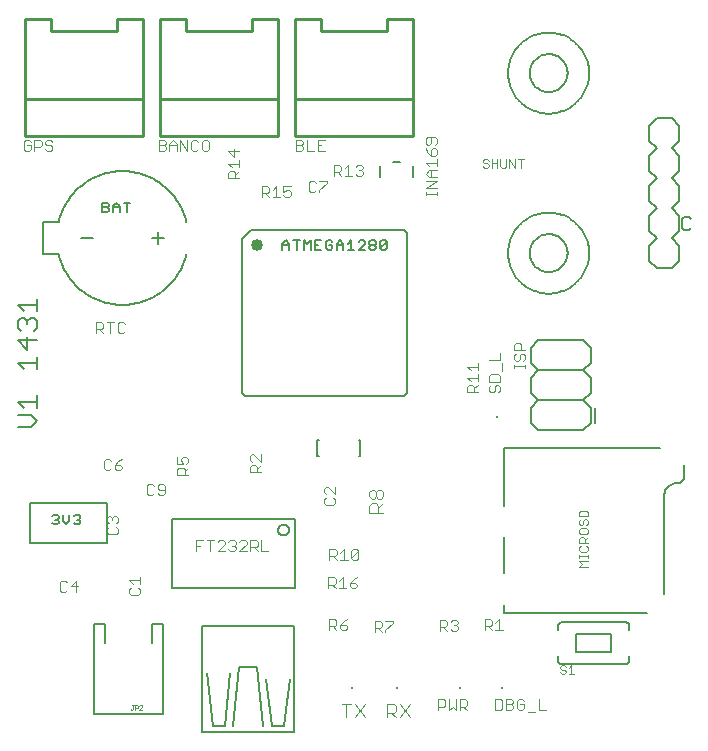
<source format=gto>
G75*
%MOIN*%
%OFA0B0*%
%FSLAX24Y24*%
%IPPOS*%
%LPD*%
%AMOC8*
5,1,8,0,0,1.08239X$1,22.5*
%
%ADD10C,0.0060*%
%ADD11C,0.0030*%
%ADD12C,0.0080*%
%ADD13C,0.0401*%
%ADD14C,0.0070*%
%ADD15R,0.0079X0.0079*%
%ADD16C,0.0040*%
%ADD17C,0.0050*%
%ADD18C,0.0100*%
%ADD19C,0.0010*%
%ADD20C,0.0020*%
D10*
X010786Y009848D02*
X010786Y012152D01*
X014881Y012152D01*
X014881Y009848D01*
X010786Y009848D01*
X014316Y011768D02*
X014318Y011794D01*
X014324Y011820D01*
X014333Y011845D01*
X014346Y011868D01*
X014362Y011889D01*
X014381Y011907D01*
X014403Y011923D01*
X014426Y011935D01*
X014451Y011943D01*
X014477Y011948D01*
X014504Y011949D01*
X014530Y011946D01*
X014555Y011939D01*
X014580Y011929D01*
X014602Y011915D01*
X014623Y011898D01*
X014640Y011879D01*
X014655Y011857D01*
X014666Y011833D01*
X014674Y011807D01*
X014678Y011781D01*
X014678Y011755D01*
X014674Y011729D01*
X014666Y011703D01*
X014655Y011679D01*
X014640Y011657D01*
X014623Y011638D01*
X014602Y011621D01*
X014580Y011607D01*
X014555Y011597D01*
X014530Y011590D01*
X014504Y011587D01*
X014477Y011588D01*
X014451Y011593D01*
X014426Y011601D01*
X014403Y011613D01*
X014381Y011629D01*
X014362Y011647D01*
X014346Y011668D01*
X014333Y011691D01*
X014324Y011716D01*
X014318Y011742D01*
X014316Y011768D01*
X006278Y015402D02*
X006065Y015615D01*
X005638Y015615D01*
X005851Y015833D02*
X005638Y016046D01*
X006278Y016046D01*
X006278Y015833D02*
X006278Y016260D01*
X006278Y015402D02*
X006065Y015188D01*
X005638Y015188D01*
X005851Y017122D02*
X005638Y017335D01*
X006278Y017335D01*
X006278Y017122D02*
X006278Y017549D01*
X005958Y017766D02*
X005958Y018193D01*
X006171Y018411D02*
X006278Y018518D01*
X006278Y018731D01*
X006171Y018838D01*
X006065Y018838D01*
X005958Y018731D01*
X005958Y018625D01*
X005958Y018731D02*
X005851Y018838D01*
X005744Y018838D01*
X005638Y018731D01*
X005638Y018518D01*
X005744Y018411D01*
X005638Y018087D02*
X005958Y017766D01*
X006278Y018087D02*
X005638Y018087D01*
X005851Y019056D02*
X005638Y019269D01*
X006278Y019269D01*
X006278Y019056D02*
X006278Y019483D01*
X021983Y021000D02*
X021985Y021073D01*
X021991Y021146D01*
X022001Y021218D01*
X022015Y021290D01*
X022032Y021361D01*
X022054Y021431D01*
X022079Y021500D01*
X022108Y021567D01*
X022140Y021632D01*
X022176Y021696D01*
X022216Y021758D01*
X022258Y021817D01*
X022304Y021874D01*
X022353Y021928D01*
X022405Y021980D01*
X022459Y022029D01*
X022516Y022075D01*
X022575Y022117D01*
X022637Y022157D01*
X022701Y022193D01*
X022766Y022225D01*
X022833Y022254D01*
X022902Y022279D01*
X022972Y022301D01*
X023043Y022318D01*
X023115Y022332D01*
X023187Y022342D01*
X023260Y022348D01*
X023333Y022350D01*
X023406Y022348D01*
X023479Y022342D01*
X023551Y022332D01*
X023623Y022318D01*
X023694Y022301D01*
X023764Y022279D01*
X023833Y022254D01*
X023900Y022225D01*
X023965Y022193D01*
X024029Y022157D01*
X024091Y022117D01*
X024150Y022075D01*
X024207Y022029D01*
X024261Y021980D01*
X024313Y021928D01*
X024362Y021874D01*
X024408Y021817D01*
X024450Y021758D01*
X024490Y021696D01*
X024526Y021632D01*
X024558Y021567D01*
X024587Y021500D01*
X024612Y021431D01*
X024634Y021361D01*
X024651Y021290D01*
X024665Y021218D01*
X024675Y021146D01*
X024681Y021073D01*
X024683Y021000D01*
X024681Y020927D01*
X024675Y020854D01*
X024665Y020782D01*
X024651Y020710D01*
X024634Y020639D01*
X024612Y020569D01*
X024587Y020500D01*
X024558Y020433D01*
X024526Y020368D01*
X024490Y020304D01*
X024450Y020242D01*
X024408Y020183D01*
X024362Y020126D01*
X024313Y020072D01*
X024261Y020020D01*
X024207Y019971D01*
X024150Y019925D01*
X024091Y019883D01*
X024029Y019843D01*
X023965Y019807D01*
X023900Y019775D01*
X023833Y019746D01*
X023764Y019721D01*
X023694Y019699D01*
X023623Y019682D01*
X023551Y019668D01*
X023479Y019658D01*
X023406Y019652D01*
X023333Y019650D01*
X023260Y019652D01*
X023187Y019658D01*
X023115Y019668D01*
X023043Y019682D01*
X022972Y019699D01*
X022902Y019721D01*
X022833Y019746D01*
X022766Y019775D01*
X022701Y019807D01*
X022637Y019843D01*
X022575Y019883D01*
X022516Y019925D01*
X022459Y019971D01*
X022405Y020020D01*
X022353Y020072D01*
X022304Y020126D01*
X022258Y020183D01*
X022216Y020242D01*
X022176Y020304D01*
X022140Y020368D01*
X022108Y020433D01*
X022079Y020500D01*
X022054Y020569D01*
X022032Y020639D01*
X022015Y020710D01*
X022001Y020782D01*
X021991Y020854D01*
X021985Y020927D01*
X021983Y021000D01*
X021983Y027000D02*
X021985Y027073D01*
X021991Y027146D01*
X022001Y027218D01*
X022015Y027290D01*
X022032Y027361D01*
X022054Y027431D01*
X022079Y027500D01*
X022108Y027567D01*
X022140Y027632D01*
X022176Y027696D01*
X022216Y027758D01*
X022258Y027817D01*
X022304Y027874D01*
X022353Y027928D01*
X022405Y027980D01*
X022459Y028029D01*
X022516Y028075D01*
X022575Y028117D01*
X022637Y028157D01*
X022701Y028193D01*
X022766Y028225D01*
X022833Y028254D01*
X022902Y028279D01*
X022972Y028301D01*
X023043Y028318D01*
X023115Y028332D01*
X023187Y028342D01*
X023260Y028348D01*
X023333Y028350D01*
X023406Y028348D01*
X023479Y028342D01*
X023551Y028332D01*
X023623Y028318D01*
X023694Y028301D01*
X023764Y028279D01*
X023833Y028254D01*
X023900Y028225D01*
X023965Y028193D01*
X024029Y028157D01*
X024091Y028117D01*
X024150Y028075D01*
X024207Y028029D01*
X024261Y027980D01*
X024313Y027928D01*
X024362Y027874D01*
X024408Y027817D01*
X024450Y027758D01*
X024490Y027696D01*
X024526Y027632D01*
X024558Y027567D01*
X024587Y027500D01*
X024612Y027431D01*
X024634Y027361D01*
X024651Y027290D01*
X024665Y027218D01*
X024675Y027146D01*
X024681Y027073D01*
X024683Y027000D01*
X024681Y026927D01*
X024675Y026854D01*
X024665Y026782D01*
X024651Y026710D01*
X024634Y026639D01*
X024612Y026569D01*
X024587Y026500D01*
X024558Y026433D01*
X024526Y026368D01*
X024490Y026304D01*
X024450Y026242D01*
X024408Y026183D01*
X024362Y026126D01*
X024313Y026072D01*
X024261Y026020D01*
X024207Y025971D01*
X024150Y025925D01*
X024091Y025883D01*
X024029Y025843D01*
X023965Y025807D01*
X023900Y025775D01*
X023833Y025746D01*
X023764Y025721D01*
X023694Y025699D01*
X023623Y025682D01*
X023551Y025668D01*
X023479Y025658D01*
X023406Y025652D01*
X023333Y025650D01*
X023260Y025652D01*
X023187Y025658D01*
X023115Y025668D01*
X023043Y025682D01*
X022972Y025699D01*
X022902Y025721D01*
X022833Y025746D01*
X022766Y025775D01*
X022701Y025807D01*
X022637Y025843D01*
X022575Y025883D01*
X022516Y025925D01*
X022459Y025971D01*
X022405Y026020D01*
X022353Y026072D01*
X022304Y026126D01*
X022258Y026183D01*
X022216Y026242D01*
X022176Y026304D01*
X022140Y026368D01*
X022108Y026433D01*
X022079Y026500D01*
X022054Y026569D01*
X022032Y026639D01*
X022015Y026710D01*
X022001Y026782D01*
X021991Y026854D01*
X021985Y026927D01*
X021983Y027000D01*
D11*
X019597Y024796D02*
X019537Y024856D01*
X019294Y024856D01*
X019233Y024796D01*
X019233Y024674D01*
X019294Y024614D01*
X019355Y024614D01*
X019415Y024674D01*
X019415Y024856D01*
X019597Y024796D02*
X019597Y024674D01*
X019537Y024614D01*
X019537Y024494D02*
X019476Y024494D01*
X019415Y024433D01*
X019415Y024251D01*
X019537Y024251D01*
X019597Y024312D01*
X019597Y024433D01*
X019537Y024494D01*
X019294Y024373D02*
X019415Y024251D01*
X019294Y024373D02*
X019233Y024494D01*
X019233Y024010D02*
X019597Y024010D01*
X019597Y023889D02*
X019597Y024131D01*
X019355Y023889D02*
X019233Y024010D01*
X019355Y023769D02*
X019597Y023769D01*
X019415Y023769D02*
X019415Y023526D01*
X019355Y023526D02*
X019233Y023648D01*
X019355Y023769D01*
X019355Y023526D02*
X019597Y023526D01*
X019597Y023406D02*
X019233Y023406D01*
X019233Y023164D02*
X019597Y023406D01*
X019597Y023164D02*
X019233Y023164D01*
X019233Y023043D02*
X019233Y022922D01*
X019233Y022983D02*
X019597Y022983D01*
X019597Y023043D02*
X019597Y022922D01*
X021148Y023894D02*
X021195Y023847D01*
X021290Y023847D01*
X021338Y023894D01*
X021338Y023942D01*
X021290Y023989D01*
X021195Y023989D01*
X021148Y024037D01*
X021148Y024085D01*
X021195Y024132D01*
X021290Y024132D01*
X021338Y024085D01*
X021438Y024132D02*
X021438Y023847D01*
X021438Y023989D02*
X021628Y023989D01*
X021728Y023894D02*
X021775Y023847D01*
X021870Y023847D01*
X021918Y023894D01*
X021918Y024132D01*
X022018Y024132D02*
X022208Y023847D01*
X022208Y024132D01*
X022308Y024132D02*
X022498Y024132D01*
X022403Y024132D02*
X022403Y023847D01*
X022018Y023847D02*
X022018Y024132D01*
X021728Y024132D02*
X021728Y023894D01*
X021628Y023847D02*
X021628Y024132D01*
X017144Y023881D02*
X017144Y023820D01*
X017083Y023760D01*
X017144Y023699D01*
X017144Y023638D01*
X017083Y023578D01*
X016962Y023578D01*
X016901Y023638D01*
X016781Y023578D02*
X016539Y023578D01*
X016419Y023578D02*
X016297Y023699D01*
X016358Y023699D02*
X016176Y023699D01*
X016176Y023578D02*
X016176Y023942D01*
X016358Y023942D01*
X016419Y023881D01*
X016419Y023760D01*
X016358Y023699D01*
X016539Y023820D02*
X016660Y023942D01*
X016660Y023578D01*
X016901Y023881D02*
X016962Y023942D01*
X017083Y023942D01*
X017144Y023881D01*
X017083Y023760D02*
X017023Y023760D01*
X015938Y023401D02*
X015938Y023340D01*
X015695Y023098D01*
X015695Y023037D01*
X015576Y023098D02*
X015515Y023037D01*
X015394Y023037D01*
X015333Y023098D01*
X015333Y023340D01*
X015394Y023401D01*
X015515Y023401D01*
X015576Y023340D01*
X015695Y023401D02*
X015938Y023401D01*
X014734Y023229D02*
X014492Y023229D01*
X014492Y023047D01*
X014613Y023107D01*
X014674Y023107D01*
X014734Y023047D01*
X014734Y022925D01*
X014674Y022865D01*
X014552Y022865D01*
X014492Y022925D01*
X014372Y022865D02*
X014129Y022865D01*
X014009Y022865D02*
X013888Y022986D01*
X013949Y022986D02*
X013767Y022986D01*
X013767Y022865D02*
X013767Y023229D01*
X013949Y023229D01*
X014009Y023168D01*
X014009Y023047D01*
X013949Y022986D01*
X014129Y023107D02*
X014251Y023229D01*
X014251Y022865D01*
X013014Y023492D02*
X012650Y023492D01*
X012650Y023674D01*
X012710Y023735D01*
X012832Y023735D01*
X012892Y023674D01*
X012892Y023492D01*
X012892Y023614D02*
X013014Y023735D01*
X013014Y023855D02*
X013014Y024098D01*
X013014Y023976D02*
X012650Y023976D01*
X012771Y023855D01*
X012832Y024217D02*
X012832Y024460D01*
X013014Y024399D02*
X012650Y024399D01*
X012832Y024217D01*
X009147Y018698D02*
X009026Y018698D01*
X008965Y018637D01*
X008965Y018395D01*
X009026Y018334D01*
X009147Y018334D01*
X009208Y018395D01*
X009208Y018637D02*
X009147Y018698D01*
X008845Y018698D02*
X008603Y018698D01*
X008724Y018698D02*
X008724Y018334D01*
X008483Y018334D02*
X008361Y018455D01*
X008422Y018455D02*
X008240Y018455D01*
X008240Y018334D02*
X008240Y018698D01*
X008422Y018698D01*
X008483Y018637D01*
X008483Y018516D01*
X008422Y018455D01*
X010954Y014213D02*
X010954Y013970D01*
X011136Y013970D01*
X011076Y014091D01*
X011076Y014152D01*
X011136Y014213D01*
X011258Y014213D01*
X011318Y014152D01*
X011318Y014031D01*
X011258Y013970D01*
X011318Y013850D02*
X011197Y013729D01*
X011197Y013790D02*
X011197Y013608D01*
X011318Y013608D02*
X010954Y013608D01*
X010954Y013790D01*
X011015Y013850D01*
X011136Y013850D01*
X011197Y013790D01*
X010540Y013230D02*
X010479Y013290D01*
X010358Y013290D01*
X010297Y013230D01*
X010297Y013169D01*
X010358Y013108D01*
X010540Y013108D01*
X010540Y012987D02*
X010540Y013230D01*
X010540Y012987D02*
X010479Y012926D01*
X010358Y012926D01*
X010297Y012987D01*
X010177Y012987D02*
X010116Y012926D01*
X009995Y012926D01*
X009934Y012987D01*
X009934Y013230D01*
X009995Y013290D01*
X010116Y013290D01*
X010177Y013230D01*
X009110Y013820D02*
X009110Y013881D01*
X009049Y013941D01*
X008867Y013941D01*
X008867Y013820D01*
X008928Y013759D01*
X009049Y013759D01*
X009110Y013820D01*
X008988Y014063D02*
X008867Y013941D01*
X008747Y013820D02*
X008687Y013759D01*
X008565Y013759D01*
X008505Y013820D01*
X008505Y014063D01*
X008565Y014123D01*
X008687Y014123D01*
X008747Y014063D01*
X008988Y014063D02*
X009110Y014123D01*
X008912Y012236D02*
X008974Y012175D01*
X008974Y012051D01*
X008912Y011990D01*
X008912Y011868D02*
X008974Y011806D01*
X008974Y011683D01*
X008912Y011621D01*
X008665Y011621D01*
X008604Y011683D01*
X008604Y011806D01*
X008665Y011868D01*
X008665Y011990D02*
X008604Y012051D01*
X008604Y012175D01*
X008665Y012236D01*
X008727Y012236D01*
X008789Y012175D01*
X008850Y012236D01*
X008912Y012236D01*
X008789Y012175D02*
X008789Y012113D01*
X009350Y010089D02*
X009714Y010089D01*
X009714Y010210D02*
X009714Y009967D01*
X009653Y009848D02*
X009714Y009787D01*
X009714Y009666D01*
X009653Y009605D01*
X009411Y009605D01*
X009350Y009666D01*
X009350Y009787D01*
X009411Y009848D01*
X009471Y009967D02*
X009350Y010089D01*
X007639Y009899D02*
X007396Y009899D01*
X007578Y010081D01*
X007578Y009717D01*
X007276Y009778D02*
X007215Y009717D01*
X007094Y009717D01*
X007033Y009778D01*
X007033Y010020D01*
X007094Y010081D01*
X007215Y010081D01*
X007276Y010020D01*
X011575Y011066D02*
X011575Y011430D01*
X011817Y011430D01*
X011937Y011430D02*
X012180Y011430D01*
X012058Y011430D02*
X012058Y011066D01*
X012300Y011066D02*
X012542Y011309D01*
X012542Y011370D01*
X012482Y011430D01*
X012360Y011430D01*
X012300Y011370D01*
X012300Y011066D02*
X012542Y011066D01*
X012662Y011127D02*
X012723Y011066D01*
X012844Y011066D01*
X012905Y011127D01*
X012905Y011188D01*
X012844Y011248D01*
X012783Y011248D01*
X012844Y011248D02*
X012905Y011309D01*
X012905Y011370D01*
X012844Y011430D01*
X012723Y011430D01*
X012662Y011370D01*
X013025Y011370D02*
X013085Y011430D01*
X013207Y011430D01*
X013267Y011370D01*
X013267Y011309D01*
X013025Y011066D01*
X013267Y011066D01*
X013387Y011066D02*
X013387Y011430D01*
X013569Y011430D01*
X013630Y011370D01*
X013630Y011248D01*
X013569Y011188D01*
X013387Y011188D01*
X013508Y011188D02*
X013630Y011066D01*
X013750Y011066D02*
X013992Y011066D01*
X013750Y011066D02*
X013750Y011430D01*
X011696Y011248D02*
X011575Y011248D01*
X013372Y013686D02*
X013372Y013868D01*
X013432Y013929D01*
X013554Y013929D01*
X013614Y013868D01*
X013614Y013686D01*
X013614Y013808D02*
X013736Y013929D01*
X013736Y014049D02*
X013493Y014291D01*
X013432Y014291D01*
X013372Y014231D01*
X013372Y014109D01*
X013432Y014049D01*
X013736Y014049D02*
X013736Y014291D01*
X013736Y013686D02*
X013372Y013686D01*
X015850Y013149D02*
X015850Y013028D01*
X015911Y012967D01*
X015911Y012848D02*
X015850Y012787D01*
X015850Y012666D01*
X015911Y012605D01*
X016153Y012605D01*
X016214Y012666D01*
X016214Y012787D01*
X016153Y012848D01*
X016214Y012967D02*
X015971Y013210D01*
X015911Y013210D01*
X015850Y013149D01*
X016214Y013210D02*
X016214Y012967D01*
X016209Y011139D02*
X016269Y011078D01*
X016269Y010957D01*
X016209Y010896D01*
X016027Y010896D01*
X016148Y010896D02*
X016269Y010775D01*
X016389Y010775D02*
X016632Y010775D01*
X016510Y010775D02*
X016510Y011139D01*
X016389Y011018D01*
X016209Y011139D02*
X016027Y011139D01*
X016027Y010775D01*
X015987Y010194D02*
X016169Y010194D01*
X016230Y010133D01*
X016230Y010012D01*
X016169Y009951D01*
X015987Y009951D01*
X015987Y009830D02*
X015987Y010194D01*
X016109Y009951D02*
X016230Y009830D01*
X016350Y009830D02*
X016592Y009830D01*
X016471Y009830D02*
X016471Y010194D01*
X016350Y010073D01*
X016712Y010012D02*
X016712Y009891D01*
X016773Y009830D01*
X016894Y009830D01*
X016955Y009891D01*
X016955Y009951D01*
X016894Y010012D01*
X016712Y010012D01*
X016834Y010133D01*
X016955Y010194D01*
X016934Y010775D02*
X016812Y010775D01*
X016752Y010836D01*
X016994Y011078D01*
X016994Y010836D01*
X016934Y010775D01*
X016752Y010836D02*
X016752Y011078D01*
X016812Y011139D01*
X016934Y011139D01*
X016994Y011078D01*
X016625Y008800D02*
X016503Y008740D01*
X016382Y008618D01*
X016564Y008618D01*
X016625Y008558D01*
X016625Y008497D01*
X016564Y008436D01*
X016443Y008436D01*
X016382Y008497D01*
X016382Y008618D01*
X016262Y008618D02*
X016262Y008740D01*
X016202Y008800D01*
X016020Y008800D01*
X016020Y008436D01*
X016020Y008558D02*
X016202Y008558D01*
X016262Y008618D01*
X016141Y008558D02*
X016262Y008436D01*
X017531Y008381D02*
X017531Y008745D01*
X017713Y008745D01*
X017773Y008684D01*
X017773Y008563D01*
X017713Y008502D01*
X017531Y008502D01*
X017652Y008502D02*
X017773Y008381D01*
X017893Y008381D02*
X017893Y008442D01*
X018136Y008684D01*
X018136Y008745D01*
X017893Y008745D01*
X019702Y008774D02*
X019702Y008410D01*
X019702Y008531D02*
X019884Y008531D01*
X019945Y008592D01*
X019945Y008713D01*
X019884Y008774D01*
X019702Y008774D01*
X019823Y008531D02*
X019945Y008410D01*
X020065Y008471D02*
X020125Y008410D01*
X020247Y008410D01*
X020307Y008471D01*
X020307Y008531D01*
X020247Y008592D01*
X020186Y008592D01*
X020247Y008592D02*
X020307Y008653D01*
X020307Y008713D01*
X020247Y008774D01*
X020125Y008774D01*
X020065Y008713D01*
X021198Y008800D02*
X021198Y008436D01*
X021198Y008558D02*
X021380Y008558D01*
X021441Y008618D01*
X021441Y008740D01*
X021380Y008800D01*
X021198Y008800D01*
X021320Y008558D02*
X021441Y008436D01*
X021561Y008436D02*
X021804Y008436D01*
X021682Y008436D02*
X021682Y008800D01*
X021561Y008679D01*
X021548Y006138D02*
X021730Y006138D01*
X021791Y006077D01*
X021791Y005834D01*
X021730Y005774D01*
X021548Y005774D01*
X021548Y006138D01*
X021910Y006138D02*
X022092Y006138D01*
X022153Y006077D01*
X022153Y006016D01*
X022092Y005956D01*
X021910Y005956D01*
X021910Y005774D02*
X021910Y006138D01*
X022092Y005956D02*
X022153Y005895D01*
X022153Y005834D01*
X022092Y005774D01*
X021910Y005774D01*
X022273Y005834D02*
X022334Y005774D01*
X022455Y005774D01*
X022516Y005834D01*
X022516Y005956D01*
X022394Y005956D01*
X022273Y006077D02*
X022273Y005834D01*
X022273Y006077D02*
X022334Y006138D01*
X022455Y006138D01*
X022516Y006077D01*
X022635Y005713D02*
X022878Y005713D01*
X022998Y005774D02*
X023241Y005774D01*
X022998Y005774D02*
X022998Y006138D01*
X020616Y006059D02*
X020616Y005937D01*
X020555Y005876D01*
X020373Y005876D01*
X020373Y005755D02*
X020373Y006119D01*
X020555Y006119D01*
X020616Y006059D01*
X020495Y005876D02*
X020616Y005755D01*
X020254Y005755D02*
X020254Y006119D01*
X020011Y006119D02*
X020011Y005755D01*
X020132Y005876D01*
X020254Y005755D01*
X019891Y005937D02*
X019830Y005876D01*
X019648Y005876D01*
X019648Y005755D02*
X019648Y006119D01*
X019830Y006119D01*
X019891Y006059D01*
X019891Y005937D01*
X024348Y010551D02*
X024445Y010647D01*
X024348Y010744D01*
X024638Y010744D01*
X024638Y010845D02*
X024638Y010942D01*
X024638Y010894D02*
X024348Y010894D01*
X024348Y010942D02*
X024348Y010845D01*
X024396Y011042D02*
X024590Y011042D01*
X024638Y011090D01*
X024638Y011187D01*
X024590Y011235D01*
X024638Y011336D02*
X024348Y011336D01*
X024348Y011482D01*
X024396Y011530D01*
X024493Y011530D01*
X024542Y011482D01*
X024542Y011336D01*
X024542Y011433D02*
X024638Y011530D01*
X024590Y011631D02*
X024638Y011679D01*
X024638Y011776D01*
X024590Y011825D01*
X024396Y011825D01*
X024348Y011776D01*
X024348Y011679D01*
X024396Y011631D01*
X024590Y011631D01*
X024590Y011926D02*
X024638Y011974D01*
X024638Y012071D01*
X024590Y012119D01*
X024542Y012119D01*
X024493Y012071D01*
X024493Y011974D01*
X024445Y011926D01*
X024396Y011926D01*
X024348Y011974D01*
X024348Y012071D01*
X024396Y012119D01*
X024348Y012220D02*
X024348Y012365D01*
X024396Y012414D01*
X024590Y012414D01*
X024638Y012365D01*
X024638Y012220D01*
X024348Y012220D01*
X024396Y011235D02*
X024348Y011187D01*
X024348Y011090D01*
X024396Y011042D01*
X024348Y010551D02*
X024638Y010551D01*
X021651Y016354D02*
X021712Y016414D01*
X021712Y016536D01*
X021651Y016596D01*
X021591Y016596D01*
X021530Y016536D01*
X021530Y016414D01*
X021469Y016354D01*
X021409Y016354D01*
X021348Y016414D01*
X021348Y016536D01*
X021409Y016596D01*
X021348Y016716D02*
X021348Y016898D01*
X021409Y016959D01*
X021651Y016959D01*
X021712Y016898D01*
X021712Y016716D01*
X021348Y016716D01*
X020972Y016730D02*
X020972Y016973D01*
X020972Y017092D02*
X020972Y017335D01*
X020972Y017214D02*
X020608Y017214D01*
X020729Y017092D01*
X020608Y016851D02*
X020972Y016851D01*
X020972Y016610D02*
X020851Y016489D01*
X020851Y016549D02*
X020851Y016367D01*
X020972Y016367D02*
X020608Y016367D01*
X020608Y016549D01*
X020669Y016610D01*
X020790Y016610D01*
X020851Y016549D01*
X020729Y016730D02*
X020608Y016851D01*
X021348Y017441D02*
X021712Y017441D01*
X021712Y017684D01*
X021773Y017321D02*
X021773Y017079D01*
D12*
X008172Y008630D02*
X008172Y005638D01*
X010495Y005638D01*
X010495Y008630D01*
X010121Y008630D01*
X010121Y008000D01*
X008546Y008000D02*
X008546Y008630D01*
X008172Y008630D01*
X008623Y011339D02*
X006043Y011339D01*
X006043Y012661D01*
X008623Y012661D01*
X008623Y011339D01*
X013203Y016244D02*
X013105Y016343D01*
X013105Y021461D01*
X013400Y021756D01*
X018518Y021756D01*
X018617Y021657D01*
X018617Y016343D01*
X018518Y016244D01*
X013203Y016244D01*
X015625Y014756D02*
X015625Y014244D01*
X015664Y014244D01*
X015664Y014756D02*
X015625Y014756D01*
X017003Y014756D02*
X017062Y014756D01*
X017062Y014244D01*
X017003Y014244D01*
X021833Y014512D02*
X021833Y012583D01*
X021833Y011520D02*
X021833Y010339D01*
X021833Y009276D02*
X021833Y009000D01*
X026597Y009000D01*
X027188Y009630D02*
X027188Y012937D01*
X027187Y012937D02*
X027190Y012975D01*
X027196Y013013D01*
X027206Y013050D01*
X027220Y013086D01*
X027236Y013121D01*
X027256Y013153D01*
X027279Y013184D01*
X027305Y013213D01*
X027334Y013239D01*
X027365Y013262D01*
X027397Y013282D01*
X027432Y013298D01*
X027468Y013312D01*
X027505Y013322D01*
X027543Y013328D01*
X027581Y013331D01*
X027613Y013330D01*
X027644Y013334D01*
X027675Y013341D01*
X027705Y013352D01*
X027733Y013366D01*
X027759Y013384D01*
X027783Y013405D01*
X027804Y013429D01*
X027822Y013455D01*
X027836Y013483D01*
X027847Y013513D01*
X027854Y013544D01*
X027858Y013575D01*
X027857Y013607D01*
X027857Y013606D02*
X027857Y013921D01*
X027030Y014512D02*
X021833Y014512D01*
X022733Y015350D02*
X022733Y015850D01*
X022983Y016100D01*
X024483Y016100D01*
X024733Y016350D01*
X024733Y016850D01*
X024483Y017100D01*
X022983Y017100D01*
X022733Y017350D01*
X022733Y017850D01*
X022983Y018100D01*
X024483Y018100D01*
X024733Y017850D01*
X024733Y017350D01*
X024483Y017100D01*
X024483Y016100D02*
X024733Y015850D01*
X024733Y015350D01*
X024483Y015100D01*
X022983Y015100D01*
X022733Y015350D01*
X022983Y016100D02*
X022733Y016350D01*
X022733Y016850D01*
X022983Y017100D01*
X024865Y015850D02*
X024865Y015350D01*
X026933Y020500D02*
X026683Y020750D01*
X026683Y021250D01*
X026933Y021500D01*
X026683Y021750D01*
X026683Y022250D01*
X026933Y022500D01*
X026683Y022750D01*
X026683Y023250D01*
X026933Y023500D01*
X026683Y023750D01*
X026683Y024250D01*
X026933Y024500D01*
X026683Y024750D01*
X026683Y025250D01*
X026933Y025500D01*
X027433Y025500D01*
X027683Y025250D01*
X027683Y024750D01*
X027433Y024500D01*
X027683Y024250D01*
X027683Y023750D01*
X027433Y023500D01*
X027683Y023250D01*
X027683Y022750D01*
X027433Y022500D01*
X027683Y022250D01*
X027683Y021750D01*
X027433Y021500D01*
X027683Y021250D01*
X027683Y020750D01*
X027433Y020500D01*
X026933Y020500D01*
X022703Y021000D02*
X022705Y021050D01*
X022711Y021100D01*
X022721Y021149D01*
X022735Y021197D01*
X022752Y021244D01*
X022773Y021289D01*
X022798Y021333D01*
X022826Y021374D01*
X022858Y021413D01*
X022892Y021450D01*
X022929Y021484D01*
X022969Y021514D01*
X023011Y021541D01*
X023055Y021565D01*
X023101Y021586D01*
X023148Y021602D01*
X023196Y021615D01*
X023246Y021624D01*
X023295Y021629D01*
X023346Y021630D01*
X023396Y021627D01*
X023445Y021620D01*
X023494Y021609D01*
X023542Y021594D01*
X023588Y021576D01*
X023633Y021554D01*
X023676Y021528D01*
X023717Y021499D01*
X023756Y021467D01*
X023792Y021432D01*
X023824Y021394D01*
X023854Y021354D01*
X023881Y021311D01*
X023904Y021267D01*
X023923Y021221D01*
X023939Y021173D01*
X023951Y021124D01*
X023959Y021075D01*
X023963Y021025D01*
X023963Y020975D01*
X023959Y020925D01*
X023951Y020876D01*
X023939Y020827D01*
X023923Y020779D01*
X023904Y020733D01*
X023881Y020689D01*
X023854Y020646D01*
X023824Y020606D01*
X023792Y020568D01*
X023756Y020533D01*
X023717Y020501D01*
X023676Y020472D01*
X023633Y020446D01*
X023588Y020424D01*
X023542Y020406D01*
X023494Y020391D01*
X023445Y020380D01*
X023396Y020373D01*
X023346Y020370D01*
X023295Y020371D01*
X023246Y020376D01*
X023196Y020385D01*
X023148Y020398D01*
X023101Y020414D01*
X023055Y020435D01*
X023011Y020459D01*
X022969Y020486D01*
X022929Y020516D01*
X022892Y020550D01*
X022858Y020587D01*
X022826Y020626D01*
X022798Y020667D01*
X022773Y020711D01*
X022752Y020756D01*
X022735Y020803D01*
X022721Y020851D01*
X022711Y020900D01*
X022705Y020950D01*
X022703Y021000D01*
X018819Y023551D02*
X018819Y023890D01*
X018364Y024040D02*
X018153Y024040D01*
X017699Y023890D02*
X017699Y023551D01*
X022703Y027000D02*
X022705Y027050D01*
X022711Y027100D01*
X022721Y027149D01*
X022735Y027197D01*
X022752Y027244D01*
X022773Y027289D01*
X022798Y027333D01*
X022826Y027374D01*
X022858Y027413D01*
X022892Y027450D01*
X022929Y027484D01*
X022969Y027514D01*
X023011Y027541D01*
X023055Y027565D01*
X023101Y027586D01*
X023148Y027602D01*
X023196Y027615D01*
X023246Y027624D01*
X023295Y027629D01*
X023346Y027630D01*
X023396Y027627D01*
X023445Y027620D01*
X023494Y027609D01*
X023542Y027594D01*
X023588Y027576D01*
X023633Y027554D01*
X023676Y027528D01*
X023717Y027499D01*
X023756Y027467D01*
X023792Y027432D01*
X023824Y027394D01*
X023854Y027354D01*
X023881Y027311D01*
X023904Y027267D01*
X023923Y027221D01*
X023939Y027173D01*
X023951Y027124D01*
X023959Y027075D01*
X023963Y027025D01*
X023963Y026975D01*
X023959Y026925D01*
X023951Y026876D01*
X023939Y026827D01*
X023923Y026779D01*
X023904Y026733D01*
X023881Y026689D01*
X023854Y026646D01*
X023824Y026606D01*
X023792Y026568D01*
X023756Y026533D01*
X023717Y026501D01*
X023676Y026472D01*
X023633Y026446D01*
X023588Y026424D01*
X023542Y026406D01*
X023494Y026391D01*
X023445Y026380D01*
X023396Y026373D01*
X023346Y026370D01*
X023295Y026371D01*
X023246Y026376D01*
X023196Y026385D01*
X023148Y026398D01*
X023101Y026414D01*
X023055Y026435D01*
X023011Y026459D01*
X022969Y026486D01*
X022929Y026516D01*
X022892Y026550D01*
X022858Y026587D01*
X022826Y026626D01*
X022798Y026667D01*
X022773Y026711D01*
X022752Y026756D01*
X022735Y026803D01*
X022721Y026851D01*
X022711Y026900D01*
X022705Y026950D01*
X022703Y027000D01*
X010522Y021500D02*
X010122Y021500D01*
X010322Y021700D02*
X010322Y021300D01*
X011251Y020968D02*
X011229Y020879D01*
X011203Y020791D01*
X011173Y020704D01*
X011140Y020619D01*
X011103Y020535D01*
X011063Y020452D01*
X011019Y020372D01*
X010972Y020293D01*
X010921Y020216D01*
X010868Y020142D01*
X010811Y020070D01*
X010751Y020000D01*
X010689Y019933D01*
X010624Y019868D01*
X010556Y019807D01*
X010485Y019748D01*
X010412Y019692D01*
X010337Y019640D01*
X010260Y019590D01*
X010180Y019544D01*
X010099Y019502D01*
X010016Y019462D01*
X009931Y019427D01*
X009845Y019394D01*
X009758Y019366D01*
X009670Y019341D01*
X009581Y019320D01*
X009490Y019303D01*
X009400Y019289D01*
X009308Y019280D01*
X009217Y019274D01*
X009125Y019272D01*
X009033Y019274D01*
X008942Y019280D01*
X008850Y019289D01*
X008760Y019303D01*
X008669Y019320D01*
X008580Y019341D01*
X008492Y019366D01*
X008405Y019394D01*
X008319Y019427D01*
X008234Y019462D01*
X008151Y019502D01*
X008070Y019544D01*
X007990Y019590D01*
X007913Y019640D01*
X007838Y019692D01*
X007765Y019748D01*
X007694Y019807D01*
X007626Y019868D01*
X007561Y019933D01*
X007499Y020000D01*
X007439Y020070D01*
X007382Y020142D01*
X007329Y020216D01*
X007278Y020293D01*
X007231Y020372D01*
X007187Y020452D01*
X007147Y020535D01*
X007110Y020619D01*
X007077Y020704D01*
X007047Y020791D01*
X007021Y020879D01*
X006999Y020968D01*
X006999Y020969D02*
X006467Y020969D01*
X006467Y022031D01*
X006999Y022031D01*
X007759Y021500D02*
X008159Y021500D01*
X006999Y022032D02*
X007021Y022121D01*
X007047Y022209D01*
X007077Y022296D01*
X007110Y022381D01*
X007147Y022465D01*
X007187Y022548D01*
X007231Y022628D01*
X007278Y022707D01*
X007329Y022784D01*
X007382Y022858D01*
X007439Y022930D01*
X007499Y023000D01*
X007561Y023067D01*
X007626Y023132D01*
X007694Y023193D01*
X007765Y023252D01*
X007838Y023308D01*
X007913Y023360D01*
X007990Y023410D01*
X008070Y023456D01*
X008151Y023498D01*
X008234Y023538D01*
X008319Y023573D01*
X008405Y023606D01*
X008492Y023634D01*
X008580Y023659D01*
X008669Y023680D01*
X008760Y023697D01*
X008850Y023711D01*
X008942Y023720D01*
X009033Y023726D01*
X009125Y023728D01*
X009217Y023726D01*
X009308Y023720D01*
X009400Y023711D01*
X009490Y023697D01*
X009581Y023680D01*
X009670Y023659D01*
X009758Y023634D01*
X009845Y023606D01*
X009931Y023573D01*
X010016Y023538D01*
X010099Y023498D01*
X010180Y023456D01*
X010260Y023410D01*
X010337Y023360D01*
X010412Y023308D01*
X010485Y023252D01*
X010556Y023193D01*
X010624Y023132D01*
X010689Y023067D01*
X010751Y023000D01*
X010811Y022930D01*
X010868Y022858D01*
X010921Y022784D01*
X010972Y022707D01*
X011019Y022628D01*
X011063Y022548D01*
X011103Y022465D01*
X011140Y022381D01*
X011173Y022296D01*
X011203Y022209D01*
X011229Y022121D01*
X011251Y022032D01*
D13*
X013597Y021264D03*
D14*
X014459Y021264D02*
X014675Y021264D01*
X014675Y021318D02*
X014675Y021102D01*
X014675Y021318D02*
X014567Y021426D01*
X014459Y021318D01*
X014459Y021102D01*
X014929Y021102D02*
X014929Y021426D01*
X014821Y021426D02*
X015037Y021426D01*
X015184Y021426D02*
X015292Y021318D01*
X015400Y021426D01*
X015400Y021102D01*
X015546Y021102D02*
X015762Y021102D01*
X015909Y021156D02*
X015963Y021102D01*
X016071Y021102D01*
X016125Y021156D01*
X016125Y021264D01*
X016017Y021264D01*
X016125Y021372D02*
X016071Y021426D01*
X015963Y021426D01*
X015909Y021372D01*
X015909Y021156D01*
X015654Y021264D02*
X015546Y021264D01*
X015546Y021426D02*
X015546Y021102D01*
X015546Y021426D02*
X015762Y021426D01*
X016271Y021318D02*
X016271Y021102D01*
X016271Y021264D02*
X016487Y021264D01*
X016487Y021318D02*
X016487Y021102D01*
X016634Y021102D02*
X016850Y021102D01*
X016742Y021102D02*
X016742Y021426D01*
X016634Y021318D01*
X016487Y021318D02*
X016379Y021426D01*
X016271Y021318D01*
X016996Y021372D02*
X017050Y021426D01*
X017158Y021426D01*
X017212Y021372D01*
X017212Y021318D01*
X016996Y021102D01*
X017212Y021102D01*
X017359Y021156D02*
X017359Y021210D01*
X017413Y021264D01*
X017521Y021264D01*
X017575Y021210D01*
X017575Y021156D01*
X017521Y021102D01*
X017413Y021102D01*
X017359Y021156D01*
X017413Y021264D02*
X017359Y021318D01*
X017359Y021372D01*
X017413Y021426D01*
X017521Y021426D01*
X017575Y021372D01*
X017575Y021318D01*
X017521Y021264D01*
X017722Y021372D02*
X017776Y021426D01*
X017883Y021426D01*
X017937Y021372D01*
X017722Y021156D01*
X017776Y021102D01*
X017883Y021102D01*
X017937Y021156D01*
X017937Y021372D01*
X017722Y021372D02*
X017722Y021156D01*
X015184Y021102D02*
X015184Y021426D01*
X009394Y022684D02*
X009178Y022684D01*
X009286Y022684D02*
X009286Y022360D01*
X009032Y022360D02*
X009032Y022576D01*
X008924Y022684D01*
X008816Y022576D01*
X008816Y022360D01*
X008669Y022414D02*
X008615Y022360D01*
X008453Y022360D01*
X008453Y022684D01*
X008615Y022684D01*
X008669Y022630D01*
X008669Y022576D01*
X008615Y022522D01*
X008453Y022522D01*
X008615Y022522D02*
X008669Y022468D01*
X008669Y022414D01*
X008816Y022522D02*
X009032Y022522D01*
X007668Y012280D02*
X007560Y012280D01*
X007506Y012226D01*
X007614Y012118D02*
X007668Y012118D01*
X007722Y012064D01*
X007722Y012010D01*
X007668Y011956D01*
X007560Y011956D01*
X007506Y012010D01*
X007359Y012064D02*
X007359Y012280D01*
X007143Y012280D02*
X007143Y012064D01*
X007251Y011956D01*
X007359Y012064D01*
X007668Y012118D02*
X007722Y012172D01*
X007722Y012226D01*
X007668Y012280D01*
X006997Y012226D02*
X006997Y012172D01*
X006943Y012118D01*
X006997Y012064D01*
X006997Y012010D01*
X006943Y011956D01*
X006835Y011956D01*
X006781Y012010D01*
X006889Y012118D02*
X006943Y012118D01*
X006997Y012226D02*
X006943Y012280D01*
X006835Y012280D01*
X006781Y012226D01*
D15*
X016794Y006500D03*
X018294Y006500D03*
X020373Y006500D03*
X021794Y006500D03*
X021597Y015539D03*
D16*
X022188Y017167D02*
X022188Y017285D01*
X022188Y017226D02*
X022542Y017226D01*
X022542Y017167D02*
X022542Y017285D01*
X022483Y017409D02*
X022542Y017468D01*
X022542Y017586D01*
X022483Y017645D01*
X022424Y017645D01*
X022365Y017586D01*
X022365Y017468D01*
X022306Y017409D01*
X022247Y017409D01*
X022188Y017468D01*
X022188Y017586D01*
X022247Y017645D01*
X022188Y017771D02*
X022188Y017948D01*
X022247Y018007D01*
X022365Y018007D01*
X022424Y017948D01*
X022424Y017771D01*
X022542Y017771D02*
X022188Y017771D01*
X017737Y013117D02*
X017660Y013117D01*
X017583Y013040D01*
X017583Y012886D01*
X017506Y012810D01*
X017430Y012810D01*
X017353Y012886D01*
X017353Y013040D01*
X017430Y013117D01*
X017506Y013117D01*
X017583Y013040D01*
X017583Y012886D02*
X017660Y012810D01*
X017737Y012810D01*
X017813Y012886D01*
X017813Y013040D01*
X017737Y013117D01*
X017813Y012656D02*
X017660Y012503D01*
X017660Y012579D02*
X017660Y012349D01*
X017813Y012349D02*
X017353Y012349D01*
X017353Y012579D01*
X017430Y012656D01*
X017583Y012656D01*
X017660Y012579D01*
X017933Y005980D02*
X018163Y005980D01*
X018239Y005904D01*
X018239Y005750D01*
X018163Y005673D01*
X017933Y005673D01*
X017933Y005520D02*
X017933Y005980D01*
X018086Y005673D02*
X018239Y005520D01*
X018393Y005520D02*
X018700Y005980D01*
X018393Y005980D02*
X018700Y005520D01*
X017200Y005520D02*
X016893Y005980D01*
X016739Y005980D02*
X016433Y005980D01*
X016586Y005980D02*
X016586Y005520D01*
X016893Y005520D02*
X017200Y005980D01*
X015871Y024410D02*
X015635Y024410D01*
X015635Y024764D01*
X015871Y024764D01*
X015753Y024587D02*
X015635Y024587D01*
X015508Y024410D02*
X015272Y024410D01*
X015272Y024764D01*
X015146Y024705D02*
X015146Y024646D01*
X015087Y024587D01*
X014910Y024587D01*
X015087Y024587D02*
X015146Y024528D01*
X015146Y024469D01*
X015087Y024410D01*
X014910Y024410D01*
X014910Y024764D01*
X015087Y024764D01*
X015146Y024705D01*
X012017Y024705D02*
X012017Y024469D01*
X011958Y024410D01*
X011840Y024410D01*
X011781Y024469D01*
X011781Y024705D01*
X011840Y024764D01*
X011958Y024764D01*
X012017Y024705D01*
X011654Y024705D02*
X011595Y024764D01*
X011477Y024764D01*
X011418Y024705D01*
X011418Y024469D01*
X011477Y024410D01*
X011595Y024410D01*
X011654Y024469D01*
X011292Y024410D02*
X011292Y024764D01*
X011056Y024764D02*
X011056Y024410D01*
X010929Y024410D02*
X010929Y024646D01*
X010811Y024764D01*
X010693Y024646D01*
X010693Y024410D01*
X010567Y024469D02*
X010508Y024410D01*
X010331Y024410D01*
X010331Y024764D01*
X010508Y024764D01*
X010567Y024705D01*
X010567Y024646D01*
X010508Y024587D01*
X010331Y024587D01*
X010508Y024587D02*
X010567Y024528D01*
X010567Y024469D01*
X010693Y024587D02*
X010929Y024587D01*
X011056Y024764D02*
X011292Y024410D01*
X006792Y024469D02*
X006733Y024410D01*
X006615Y024410D01*
X006556Y024469D01*
X006615Y024587D02*
X006556Y024646D01*
X006556Y024705D01*
X006615Y024764D01*
X006733Y024764D01*
X006792Y024705D01*
X006733Y024587D02*
X006792Y024528D01*
X006792Y024469D01*
X006733Y024587D02*
X006615Y024587D01*
X006429Y024587D02*
X006370Y024528D01*
X006193Y024528D01*
X006193Y024410D02*
X006193Y024764D01*
X006370Y024764D01*
X006429Y024705D01*
X006429Y024587D01*
X006067Y024587D02*
X006067Y024469D01*
X006008Y024410D01*
X005890Y024410D01*
X005831Y024469D01*
X005831Y024705D01*
X005890Y024764D01*
X006008Y024764D01*
X006067Y024705D01*
X006067Y024587D02*
X005949Y024587D01*
D17*
X005865Y025106D02*
X005865Y025894D01*
X010365Y025894D02*
X010365Y025106D01*
X014865Y025106D02*
X014865Y025894D01*
X027778Y022130D02*
X027778Y021830D01*
X027853Y021755D01*
X028003Y021755D01*
X028078Y021830D01*
X028078Y022130D02*
X028003Y022205D01*
X027853Y022205D01*
X027778Y022130D01*
X025916Y008689D02*
X023790Y008689D01*
X023769Y008691D01*
X023748Y008689D01*
X023728Y008683D01*
X023709Y008674D01*
X023692Y008662D01*
X023677Y008647D01*
X023666Y008630D01*
X023657Y008611D01*
X023652Y008591D01*
X023652Y008433D01*
X024243Y008295D02*
X024243Y007705D01*
X025424Y007705D01*
X025424Y008295D01*
X024243Y008295D01*
X023652Y007567D02*
X023652Y007409D01*
X023653Y007409D02*
X023654Y007392D01*
X023659Y007375D01*
X023666Y007360D01*
X023676Y007346D01*
X023688Y007334D01*
X023702Y007324D01*
X023717Y007317D01*
X023734Y007312D01*
X023751Y007311D01*
X025916Y007311D01*
X025933Y007312D01*
X025950Y007317D01*
X025965Y007324D01*
X025979Y007334D01*
X025991Y007346D01*
X026001Y007360D01*
X026008Y007375D01*
X026013Y007392D01*
X026014Y007409D01*
X026014Y007567D01*
X026014Y008433D02*
X026014Y008591D01*
X026013Y008608D01*
X026008Y008625D01*
X026001Y008640D01*
X025991Y008654D01*
X025979Y008666D01*
X025965Y008676D01*
X025950Y008683D01*
X025933Y008688D01*
X025916Y008689D01*
X014853Y008567D02*
X014853Y005024D01*
X011782Y005024D01*
X011782Y008567D01*
X014853Y008567D01*
X013613Y007189D02*
X013022Y007189D01*
X012825Y005220D01*
X012530Y005220D02*
X012727Y006992D01*
X011940Y006992D02*
X012136Y005220D01*
X012530Y005220D01*
X013810Y005220D02*
X013613Y007189D01*
X013908Y006795D02*
X014105Y005220D01*
X014499Y005220D01*
X014696Y006795D01*
D18*
X014865Y024909D02*
X018802Y024909D01*
X018802Y026130D01*
X014865Y026130D01*
X014865Y024909D01*
X014302Y024909D02*
X010365Y024909D01*
X010365Y026130D01*
X014302Y026130D01*
X014302Y028807D01*
X013436Y028807D01*
X013436Y028413D01*
X011231Y028413D01*
X011231Y028807D01*
X010365Y028807D01*
X010365Y026130D01*
X009802Y026130D02*
X005865Y026130D01*
X005865Y024909D01*
X009802Y024909D01*
X009802Y026130D01*
X009802Y028807D01*
X008936Y028807D01*
X008936Y028413D01*
X006731Y028413D01*
X006731Y028807D01*
X005865Y028807D01*
X005865Y026130D01*
X014302Y026130D02*
X014302Y024909D01*
X014865Y026130D02*
X014865Y028807D01*
X015731Y028807D01*
X015731Y028413D01*
X017936Y028413D01*
X017936Y028807D01*
X018802Y028807D01*
X018802Y026130D01*
D19*
X009766Y005920D02*
X009716Y005920D01*
X009691Y005895D01*
X009644Y005895D02*
X009644Y005845D01*
X009619Y005820D01*
X009544Y005820D01*
X009544Y005770D02*
X009544Y005920D01*
X009619Y005920D01*
X009644Y005895D01*
X009766Y005920D02*
X009791Y005895D01*
X009791Y005870D01*
X009691Y005770D01*
X009791Y005770D01*
X009471Y005795D02*
X009471Y005920D01*
X009446Y005920D02*
X009496Y005920D01*
X009471Y005795D02*
X009446Y005770D01*
X009421Y005770D01*
X009396Y005795D01*
D20*
X023722Y007019D02*
X023769Y006973D01*
X023862Y006973D01*
X023909Y007019D01*
X023909Y007066D01*
X023862Y007113D01*
X023769Y007113D01*
X023722Y007159D01*
X023722Y007206D01*
X023769Y007253D01*
X023862Y007253D01*
X023909Y007206D01*
X023998Y007159D02*
X024092Y007253D01*
X024092Y006973D01*
X024185Y006973D02*
X023998Y006973D01*
M02*

</source>
